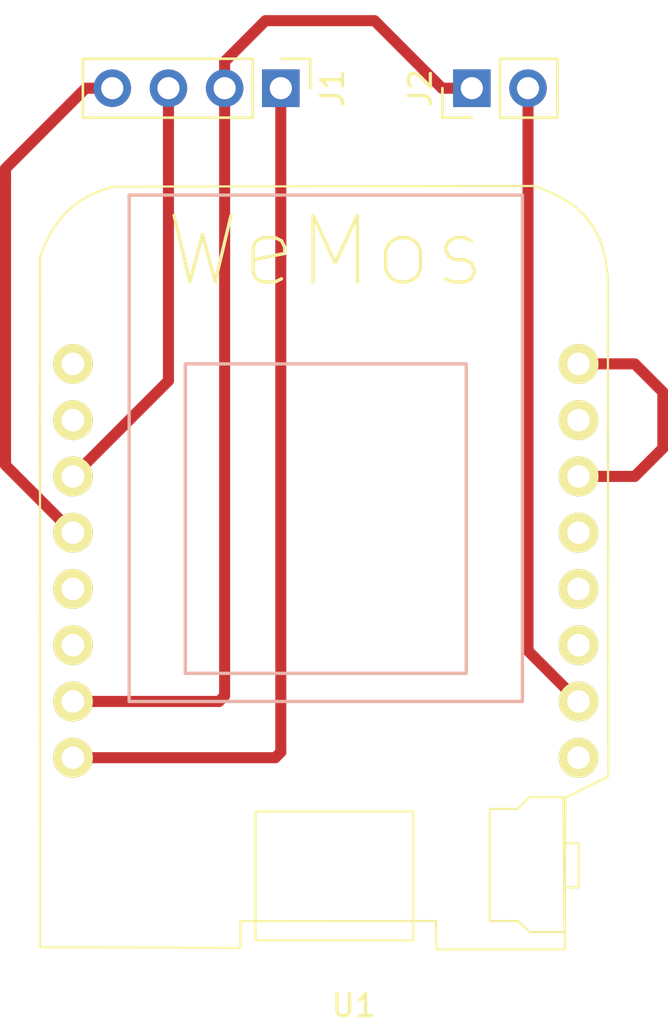
<source format=kicad_pcb>
(kicad_pcb (version 20171130) (host pcbnew 5.0.0-rc2-dev-unknown+dfsg1+20180318-3)

  (general
    (thickness 1.6)
    (drawings 0)
    (tracks 25)
    (zones 0)
    (modules 3)
    (nets 7)
  )

  (page A4)
  (layers
    (0 F.Cu signal)
    (31 B.Cu signal)
    (32 B.Adhes user)
    (33 F.Adhes user)
    (34 B.Paste user)
    (35 F.Paste user)
    (36 B.SilkS user)
    (37 F.SilkS user)
    (38 B.Mask user)
    (39 F.Mask user)
    (40 Dwgs.User user)
    (41 Cmts.User user)
    (42 Eco1.User user)
    (43 Eco2.User user)
    (44 Edge.Cuts user)
    (45 Margin user)
    (46 B.CrtYd user)
    (47 F.CrtYd user)
    (48 B.Fab user)
    (49 F.Fab user)
  )

  (setup
    (last_trace_width 0.5)
    (trace_clearance 0.5)
    (zone_clearance 0.508)
    (zone_45_only no)
    (trace_min 0.2)
    (segment_width 0.2)
    (edge_width 0.15)
    (via_size 0.8)
    (via_drill 0.4)
    (via_min_size 0.4)
    (via_min_drill 0.3)
    (uvia_size 0.3)
    (uvia_drill 0.1)
    (uvias_allowed no)
    (uvia_min_size 0.2)
    (uvia_min_drill 0.1)
    (pcb_text_width 0.3)
    (pcb_text_size 1.5 1.5)
    (mod_edge_width 0.15)
    (mod_text_size 1 1)
    (mod_text_width 0.15)
    (pad_size 1.524 1.524)
    (pad_drill 0.762)
    (pad_to_mask_clearance 0.2)
    (aux_axis_origin 0 0)
    (visible_elements FFFFFF7F)
    (pcbplotparams
      (layerselection 0x010fc_ffffffff)
      (usegerberextensions false)
      (usegerberattributes false)
      (usegerberadvancedattributes false)
      (creategerberjobfile false)
      (excludeedgelayer true)
      (linewidth 0.100000)
      (plotframeref false)
      (viasonmask false)
      (mode 1)
      (useauxorigin false)
      (hpglpennumber 1)
      (hpglpenspeed 20)
      (hpglpendiameter 15)
      (psnegative false)
      (psa4output false)
      (plotreference true)
      (plotvalue true)
      (plotinvisibletext false)
      (padsonsilk false)
      (subtractmaskfromsilk false)
      (outputformat 1)
      (mirror false)
      (drillshape 1)
      (scaleselection 1)
      (outputdirectory ""))
  )

  (net 0 "")
  (net 1 "Net-(U1-Pad11)")
  (net 2 "Net-(J1-Pad4)")
  (net 3 "Net-(J1-Pad3)")
  (net 4 "Net-(J1-Pad2)")
  (net 5 "Net-(J1-Pad1)")
  (net 6 "Net-(J2-Pad2)")

  (net_class Default "Dies ist die voreingestellte Netzklasse."
    (clearance 0.5)
    (trace_width 0.5)
    (via_dia 0.8)
    (via_drill 0.4)
    (uvia_dia 0.3)
    (uvia_drill 0.1)
    (add_net "Net-(J1-Pad1)")
    (add_net "Net-(J1-Pad2)")
    (add_net "Net-(J1-Pad3)")
    (add_net "Net-(J1-Pad4)")
    (add_net "Net-(J2-Pad2)")
    (add_net "Net-(U1-Pad11)")
  )

  (module wemos_d1_mini:D1_mini_board (layer F.Cu) (tedit 5766F65E) (tstamp 5ADA6176)
    (at 74.93 48.768)
    (path /5AD9F0AE)
    (fp_text reference U1 (at 1.27 18.81) (layer F.SilkS)
      (effects (font (size 1 1) (thickness 0.15)))
    )
    (fp_text value WeMos_mini (at 1.27 -19.05) (layer F.Fab)
      (effects (font (size 1 1) (thickness 0.15)))
    )
    (fp_text user WeMos (at 0 -15.24) (layer F.SilkS)
      (effects (font (size 3 3) (thickness 0.15)))
    )
    (fp_line (start -6.35 3.81) (end -6.35 -10.16) (layer B.SilkS) (width 0.15))
    (fp_line (start -6.35 -10.16) (end 6.35 -10.16) (layer B.SilkS) (width 0.15))
    (fp_line (start 6.35 -10.16) (end 6.35 3.81) (layer B.SilkS) (width 0.15))
    (fp_line (start 6.35 3.81) (end -6.35 3.81) (layer B.SilkS) (width 0.15))
    (fp_line (start -8.89 5.08) (end 8.89 5.08) (layer B.SilkS) (width 0.15))
    (fp_line (start 8.89 5.08) (end 8.89 -17.78) (layer B.SilkS) (width 0.15))
    (fp_line (start 8.89 -17.78) (end -8.89 -17.78) (layer B.SilkS) (width 0.15))
    (fp_line (start -8.89 -17.78) (end -8.89 5.08) (layer B.SilkS) (width 0.15))
    (fp_line (start 10.817472 16.277228) (end 5.00618 16.277228) (layer F.SilkS) (width 0.1))
    (fp_line (start 5.00618 16.277228) (end 4.979849 14.993795) (layer F.SilkS) (width 0.1))
    (fp_line (start 4.979849 14.993795) (end -3.851373 15.000483) (layer F.SilkS) (width 0.1))
    (fp_line (start -3.851373 15.000483) (end -3.849397 16.202736) (layer F.SilkS) (width 0.1))
    (fp_line (start -3.849397 16.202736) (end -12.930193 16.176658) (layer F.SilkS) (width 0.1))
    (fp_line (start -12.930193 16.176658) (end -12.916195 -14.993493) (layer F.SilkS) (width 0.1))
    (fp_line (start -12.916195 -14.993493) (end -12.683384 -15.596286) (layer F.SilkS) (width 0.1))
    (fp_line (start -12.683384 -15.596286) (end -12.399901 -16.141167) (layer F.SilkS) (width 0.1))
    (fp_line (start -12.399901 -16.141167) (end -12.065253 -16.627577) (layer F.SilkS) (width 0.1))
    (fp_line (start -12.065253 -16.627577) (end -11.678953 -17.054952) (layer F.SilkS) (width 0.1))
    (fp_line (start -11.678953 -17.054952) (end -11.240512 -17.422741) (layer F.SilkS) (width 0.1))
    (fp_line (start -11.240512 -17.422741) (end -10.74944 -17.730377) (layer F.SilkS) (width 0.1))
    (fp_line (start -10.74944 -17.730377) (end -10.20525 -17.97731) (layer F.SilkS) (width 0.1))
    (fp_line (start -10.20525 -17.97731) (end -9.607453 -18.162976) (layer F.SilkS) (width 0.1))
    (fp_line (start -9.607453 -18.162976) (end 9.43046 -18.191734) (layer F.SilkS) (width 0.1))
    (fp_line (start 9.43046 -18.191734) (end 10.049824 -17.957741) (layer F.SilkS) (width 0.1))
    (fp_line (start 10.049824 -17.957741) (end 10.638018 -17.673258) (layer F.SilkS) (width 0.1))
    (fp_line (start 10.638018 -17.673258) (end 11.181445 -17.323743) (layer F.SilkS) (width 0.1))
    (fp_line (start 11.181445 -17.323743) (end 11.666503 -16.894658) (layer F.SilkS) (width 0.1))
    (fp_line (start 11.666503 -16.894658) (end 12.079595 -16.37146) (layer F.SilkS) (width 0.1))
    (fp_line (start 12.079595 -16.37146) (end 12.407122 -15.739613) (layer F.SilkS) (width 0.1))
    (fp_line (start 12.407122 -15.739613) (end 12.635482 -14.984575) (layer F.SilkS) (width 0.1))
    (fp_line (start 12.635482 -14.984575) (end 12.751078 -14.091807) (layer F.SilkS) (width 0.1))
    (fp_line (start 12.751078 -14.091807) (end 12.776026 8.463285) (layer F.SilkS) (width 0.1))
    (fp_line (start 12.776026 8.463285) (end 10.83248 9.424181) (layer F.SilkS) (width 0.1))
    (fp_line (start 10.83248 9.424181) (end 10.802686 16.232524) (layer F.SilkS) (width 0.1))
    (fp_line (start -3.17965 10.051451) (end 3.959931 10.051451) (layer F.SilkS) (width 0.1))
    (fp_line (start 3.959931 10.051451) (end 3.959931 15.865188) (layer F.SilkS) (width 0.1))
    (fp_line (start 3.959931 15.865188) (end -3.17965 15.865188) (layer F.SilkS) (width 0.1))
    (fp_line (start -3.17965 15.865188) (end -3.17965 10.051451) (layer F.SilkS) (width 0.1))
    (fp_line (start 10.7436 9.402349) (end 9.191378 9.402349) (layer F.SilkS) (width 0.1))
    (fp_line (start 9.191378 9.402349) (end 8.662211 9.931515) (layer F.SilkS) (width 0.1))
    (fp_line (start 8.662211 9.931515) (end 7.40985 9.931515) (layer F.SilkS) (width 0.1))
    (fp_line (start 7.40985 9.931515) (end 7.40985 14.993876) (layer F.SilkS) (width 0.1))
    (fp_line (start 7.40985 14.993876) (end 8.697489 14.993876) (layer F.SilkS) (width 0.1))
    (fp_line (start 8.697489 14.993876) (end 9.226656 15.487765) (layer F.SilkS) (width 0.1))
    (fp_line (start 9.226656 15.487765) (end 10.796517 15.487765) (layer F.SilkS) (width 0.1))
    (fp_line (start 10.796517 15.487765) (end 10.7436 9.402349) (layer F.SilkS) (width 0.1))
    (fp_line (start 10.778878 11.483738) (end 11.431517 11.483738) (layer F.SilkS) (width 0.1))
    (fp_line (start 11.431517 11.483738) (end 11.431517 13.476932) (layer F.SilkS) (width 0.1))
    (fp_line (start 11.431517 13.476932) (end 10.814156 13.476932) (layer F.SilkS) (width 0.1))
    (pad 8 thru_hole circle (at -11.43 -10.16) (size 1.8 1.8) (drill 1.016) (layers *.Cu *.Mask F.SilkS))
    (pad 7 thru_hole circle (at -11.43 -7.62) (size 1.8 1.8) (drill 1.016) (layers *.Cu *.Mask F.SilkS))
    (pad 6 thru_hole circle (at -11.43 -5.08) (size 1.8 1.8) (drill 1.016) (layers *.Cu *.Mask F.SilkS)
      (net 3 "Net-(J1-Pad3)"))
    (pad 5 thru_hole circle (at -11.43 -2.54) (size 1.8 1.8) (drill 1.016) (layers *.Cu *.Mask F.SilkS)
      (net 2 "Net-(J1-Pad4)"))
    (pad 4 thru_hole circle (at -11.43 0) (size 1.8 1.8) (drill 1.016) (layers *.Cu *.Mask F.SilkS))
    (pad 3 thru_hole circle (at -11.43 2.54) (size 1.8 1.8) (drill 1.016) (layers *.Cu *.Mask F.SilkS))
    (pad 2 thru_hole circle (at -11.43 5.08) (size 1.8 1.8) (drill 1.016) (layers *.Cu *.Mask F.SilkS)
      (net 4 "Net-(J1-Pad2)"))
    (pad 1 thru_hole circle (at -11.43 7.62) (size 1.8 1.8) (drill 1.016) (layers *.Cu *.Mask F.SilkS)
      (net 5 "Net-(J1-Pad1)"))
    (pad 16 thru_hole circle (at 11.43 7.62) (size 1.8 1.8) (drill 1.016) (layers *.Cu *.Mask F.SilkS))
    (pad 15 thru_hole circle (at 11.43 5.08) (size 1.8 1.8) (drill 1.016) (layers *.Cu *.Mask F.SilkS)
      (net 6 "Net-(J2-Pad2)"))
    (pad 14 thru_hole circle (at 11.43 2.54) (size 1.8 1.8) (drill 1.016) (layers *.Cu *.Mask F.SilkS))
    (pad 13 thru_hole circle (at 11.43 0) (size 1.8 1.8) (drill 1.016) (layers *.Cu *.Mask F.SilkS))
    (pad 12 thru_hole circle (at 11.43 -2.54) (size 1.8 1.8) (drill 1.016) (layers *.Cu *.Mask F.SilkS))
    (pad 11 thru_hole circle (at 11.43 -5.08) (size 1.8 1.8) (drill 1.016) (layers *.Cu *.Mask F.SilkS)
      (net 1 "Net-(U1-Pad11)"))
    (pad 10 thru_hole circle (at 11.43 -7.62) (size 1.8 1.8) (drill 1.016) (layers *.Cu *.Mask F.SilkS))
    (pad 9 thru_hole circle (at 11.43 -10.16) (size 1.8 1.8) (drill 1.016) (layers *.Cu *.Mask F.SilkS)
      (net 1 "Net-(U1-Pad11)"))
  )

  (module Legacy_Pin_Headers:Pin_Header_Straight_1x04_Pitch2.54mm (layer F.Cu) (tedit 59650532) (tstamp 5AE41949)
    (at 72.898 26.162 270)
    (descr "Through hole straight pin header, 1x04, 2.54mm pitch, single row")
    (tags "Through hole pin header THT 1x04 2.54mm single row")
    (path /5AD9F2C0)
    (fp_text reference J1 (at 0 -2.33 270) (layer F.SilkS)
      (effects (font (size 1 1) (thickness 0.15)))
    )
    (fp_text value BME280 (at 0 9.95 270) (layer F.Fab)
      (effects (font (size 1 1) (thickness 0.15)))
    )
    (fp_text user %R (at 0 3.81) (layer F.Fab)
      (effects (font (size 1 1) (thickness 0.15)))
    )
    (fp_line (start 1.8 -1.8) (end -1.8 -1.8) (layer F.CrtYd) (width 0.05))
    (fp_line (start 1.8 9.4) (end 1.8 -1.8) (layer F.CrtYd) (width 0.05))
    (fp_line (start -1.8 9.4) (end 1.8 9.4) (layer F.CrtYd) (width 0.05))
    (fp_line (start -1.8 -1.8) (end -1.8 9.4) (layer F.CrtYd) (width 0.05))
    (fp_line (start -1.33 -1.33) (end 0 -1.33) (layer F.SilkS) (width 0.12))
    (fp_line (start -1.33 0) (end -1.33 -1.33) (layer F.SilkS) (width 0.12))
    (fp_line (start -1.33 1.27) (end 1.33 1.27) (layer F.SilkS) (width 0.12))
    (fp_line (start 1.33 1.27) (end 1.33 8.95) (layer F.SilkS) (width 0.12))
    (fp_line (start -1.33 1.27) (end -1.33 8.95) (layer F.SilkS) (width 0.12))
    (fp_line (start -1.33 8.95) (end 1.33 8.95) (layer F.SilkS) (width 0.12))
    (fp_line (start -1.27 -0.635) (end -0.635 -1.27) (layer F.Fab) (width 0.1))
    (fp_line (start -1.27 8.89) (end -1.27 -0.635) (layer F.Fab) (width 0.1))
    (fp_line (start 1.27 8.89) (end -1.27 8.89) (layer F.Fab) (width 0.1))
    (fp_line (start 1.27 -1.27) (end 1.27 8.89) (layer F.Fab) (width 0.1))
    (fp_line (start -0.635 -1.27) (end 1.27 -1.27) (layer F.Fab) (width 0.1))
    (pad 4 thru_hole oval (at 0 7.62 270) (size 1.7 1.7) (drill 1) (layers *.Cu *.Mask)
      (net 2 "Net-(J1-Pad4)"))
    (pad 3 thru_hole oval (at 0 5.08 270) (size 1.7 1.7) (drill 1) (layers *.Cu *.Mask)
      (net 3 "Net-(J1-Pad3)"))
    (pad 2 thru_hole oval (at 0 2.54 270) (size 1.7 1.7) (drill 1) (layers *.Cu *.Mask)
      (net 4 "Net-(J1-Pad2)"))
    (pad 1 thru_hole rect (at 0 0 270) (size 1.7 1.7) (drill 1) (layers *.Cu *.Mask)
      (net 5 "Net-(J1-Pad1)"))
    (model ${KISYS3DMOD}/Pin_Headers.3dshapes/Pin_Header_Straight_1x04_Pitch2.54mm.wrl
      (at (xyz 0 0 0))
      (scale (xyz 1 1 1))
      (rotate (xyz 0 0 0))
    )
  )

  (module Legacy_Pin_Headers:Pin_Header_Straight_1x02_Pitch2.54mm (layer F.Cu) (tedit 59650532) (tstamp 5AE4195F)
    (at 81.534 26.162 90)
    (descr "Through hole straight pin header, 1x02, 2.54mm pitch, single row")
    (tags "Through hole pin header THT 1x02 2.54mm single row")
    (path /5AD9F704)
    (fp_text reference J2 (at 0 -2.33 90) (layer F.SilkS)
      (effects (font (size 1 1) (thickness 0.15)))
    )
    (fp_text value DeepSleep (at 0 4.87 90) (layer F.Fab)
      (effects (font (size 1 1) (thickness 0.15)))
    )
    (fp_text user %R (at 0 1.27 180) (layer F.Fab)
      (effects (font (size 1 1) (thickness 0.15)))
    )
    (fp_line (start 1.8 -1.8) (end -1.8 -1.8) (layer F.CrtYd) (width 0.05))
    (fp_line (start 1.8 4.35) (end 1.8 -1.8) (layer F.CrtYd) (width 0.05))
    (fp_line (start -1.8 4.35) (end 1.8 4.35) (layer F.CrtYd) (width 0.05))
    (fp_line (start -1.8 -1.8) (end -1.8 4.35) (layer F.CrtYd) (width 0.05))
    (fp_line (start -1.33 -1.33) (end 0 -1.33) (layer F.SilkS) (width 0.12))
    (fp_line (start -1.33 0) (end -1.33 -1.33) (layer F.SilkS) (width 0.12))
    (fp_line (start -1.33 1.27) (end 1.33 1.27) (layer F.SilkS) (width 0.12))
    (fp_line (start 1.33 1.27) (end 1.33 3.87) (layer F.SilkS) (width 0.12))
    (fp_line (start -1.33 1.27) (end -1.33 3.87) (layer F.SilkS) (width 0.12))
    (fp_line (start -1.33 3.87) (end 1.33 3.87) (layer F.SilkS) (width 0.12))
    (fp_line (start -1.27 -0.635) (end -0.635 -1.27) (layer F.Fab) (width 0.1))
    (fp_line (start -1.27 3.81) (end -1.27 -0.635) (layer F.Fab) (width 0.1))
    (fp_line (start 1.27 3.81) (end -1.27 3.81) (layer F.Fab) (width 0.1))
    (fp_line (start 1.27 -1.27) (end 1.27 3.81) (layer F.Fab) (width 0.1))
    (fp_line (start -0.635 -1.27) (end 1.27 -1.27) (layer F.Fab) (width 0.1))
    (pad 2 thru_hole oval (at 0 2.54 90) (size 1.7 1.7) (drill 1) (layers *.Cu *.Mask)
      (net 6 "Net-(J2-Pad2)"))
    (pad 1 thru_hole rect (at 0 0 90) (size 1.7 1.7) (drill 1) (layers *.Cu *.Mask)
      (net 4 "Net-(J1-Pad2)"))
    (model ${KISYS3DMOD}/Pin_Headers.3dshapes/Pin_Header_Straight_1x02_Pitch2.54mm.wrl
      (at (xyz 0 0 0))
      (scale (xyz 1 1 1))
      (rotate (xyz 0 0 0))
    )
  )

  (segment (start 90.17 39.878) (end 88.9 38.608) (width 0.5) (layer F.Cu) (net 1))
  (segment (start 88.9 43.688) (end 90.17 42.418) (width 0.5) (layer F.Cu) (net 1))
  (segment (start 90.17 39.878) (end 90.17 42.418) (width 0.5) (layer F.Cu) (net 1))
  (segment (start 88.9 38.608) (end 86.36 38.608) (width 0.5) (layer F.Cu) (net 1))
  (segment (start 86.36 43.688) (end 88.9 43.688) (width 0.5) (layer F.Cu) (net 1))
  (segment (start 65.278 26.162) (end 64.075919 26.162) (width 0.5) (layer F.Cu) (net 2))
  (segment (start 60.452 43.18) (end 60.452 30.226) (width 0.5) (layer F.Cu) (net 2))
  (segment (start 64.075919 26.162) (end 60.452 29.785919) (width 0.5) (layer F.Cu) (net 2))
  (segment (start 60.452 29.785919) (end 60.452 30.226) (width 0.5) (layer F.Cu) (net 2))
  (segment (start 63.5 46.228) (end 60.452 43.18) (width 0.5) (layer F.Cu) (net 2))
  (segment (start 67.818 26.162) (end 67.818 39.37) (width 0.5) (layer F.Cu) (net 3))
  (segment (start 67.818 39.37) (end 63.5 43.688) (width 0.5) (layer F.Cu) (net 3))
  (segment (start 77.136 23.114) (end 72.203919 23.114) (width 0.5) (layer F.Cu) (net 4))
  (segment (start 72.203919 23.114) (end 70.358 24.959919) (width 0.5) (layer F.Cu) (net 4))
  (segment (start 70.358 24.959919) (end 70.358 26.162) (width 0.5) (layer F.Cu) (net 4))
  (segment (start 81.534 26.162) (end 80.184 26.162) (width 0.5) (layer F.Cu) (net 4))
  (segment (start 80.184 26.162) (end 77.136 23.114) (width 0.5) (layer F.Cu) (net 4))
  (segment (start 63.5 53.848) (end 70.104 53.848) (width 0.5) (layer F.Cu) (net 4))
  (segment (start 70.358 26.162) (end 70.358 53.594) (width 0.5) (layer F.Cu) (net 4))
  (segment (start 70.358 53.594) (end 70.104 53.848) (width 0.5) (layer F.Cu) (net 4))
  (segment (start 63.5 56.388) (end 72.644 56.388) (width 0.5) (layer F.Cu) (net 5))
  (segment (start 72.898 26.162) (end 72.898 56.134) (width 0.5) (layer F.Cu) (net 5))
  (segment (start 72.898 56.134) (end 72.644 56.388) (width 0.5) (layer F.Cu) (net 5))
  (segment (start 84.074 26.162) (end 84.074 51.562) (width 0.5) (layer F.Cu) (net 6))
  (segment (start 84.074 51.562) (end 86.36 53.848) (width 0.5) (layer F.Cu) (net 6))

)

</source>
